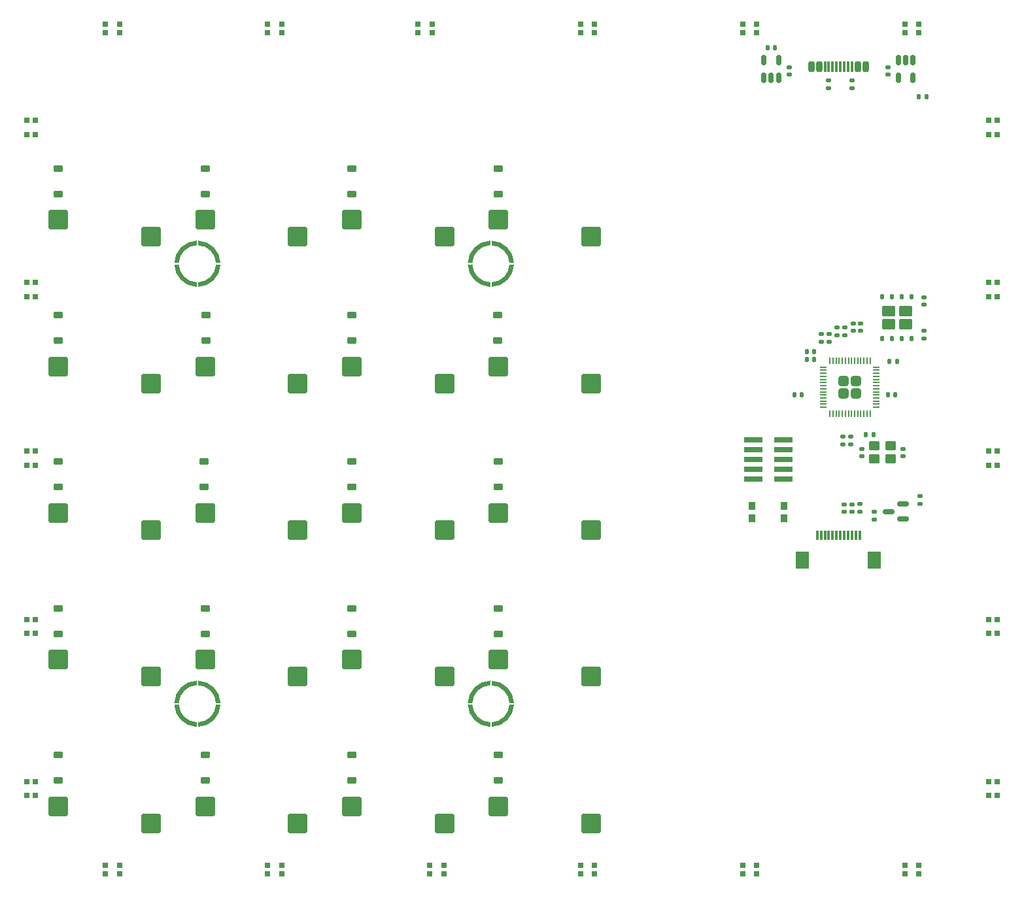
<source format=gbr>
%TF.GenerationSoftware,KiCad,Pcbnew,9.0.6*%
%TF.CreationDate,2025-11-19T21:58:38+01:00*%
%TF.ProjectId,ecad,65636164-2e6b-4696-9361-645f70636258,rev?*%
%TF.SameCoordinates,Original*%
%TF.FileFunction,Paste,Bot*%
%TF.FilePolarity,Positive*%
%FSLAX46Y46*%
G04 Gerber Fmt 4.6, Leading zero omitted, Abs format (unit mm)*
G04 Created by KiCad (PCBNEW 9.0.6) date 2025-11-19 21:58:38*
%MOMM*%
%LPD*%
G01*
G04 APERTURE LIST*
G04 Aperture macros list*
%AMRoundRect*
0 Rectangle with rounded corners*
0 $1 Rounding radius*
0 $2 $3 $4 $5 $6 $7 $8 $9 X,Y pos of 4 corners*
0 Add a 4 corners polygon primitive as box body*
4,1,4,$2,$3,$4,$5,$6,$7,$8,$9,$2,$3,0*
0 Add four circle primitives for the rounded corners*
1,1,$1+$1,$2,$3*
1,1,$1+$1,$4,$5*
1,1,$1+$1,$6,$7*
1,1,$1+$1,$8,$9*
0 Add four rect primitives between the rounded corners*
20,1,$1+$1,$2,$3,$4,$5,0*
20,1,$1+$1,$4,$5,$6,$7,0*
20,1,$1+$1,$6,$7,$8,$9,0*
20,1,$1+$1,$8,$9,$2,$3,0*%
G04 Aperture macros list end*
%ADD10C,0.000000*%
%ADD11RoundRect,0.250000X1.025000X1.000000X-1.025000X1.000000X-1.025000X-1.000000X1.025000X-1.000000X0*%
%ADD12RoundRect,0.135000X0.185000X-0.135000X0.185000X0.135000X-0.185000X0.135000X-0.185000X-0.135000X0*%
%ADD13RoundRect,0.250000X0.615000X-0.435000X0.615000X0.435000X-0.615000X0.435000X-0.615000X-0.435000X0*%
%ADD14RoundRect,0.125000X0.125000X-0.250000X0.125000X0.250000X-0.125000X0.250000X-0.125000X-0.250000X0*%
%ADD15RoundRect,0.225000X-0.375000X0.225000X-0.375000X-0.225000X0.375000X-0.225000X0.375000X0.225000X0*%
%ADD16RoundRect,0.140000X-0.170000X0.140000X-0.170000X-0.140000X0.170000X-0.140000X0.170000X0.140000X0*%
%ADD17R,0.700000X0.700000*%
%ADD18RoundRect,0.140000X0.140000X0.170000X-0.140000X0.170000X-0.140000X-0.170000X0.140000X-0.170000X0*%
%ADD19RoundRect,0.140000X0.170000X-0.140000X0.170000X0.140000X-0.170000X0.140000X-0.170000X-0.140000X0*%
%ADD20RoundRect,0.250000X-0.450000X-0.350000X0.450000X-0.350000X0.450000X0.350000X-0.450000X0.350000X0*%
%ADD21RoundRect,0.140000X-0.140000X-0.170000X0.140000X-0.170000X0.140000X0.170000X-0.140000X0.170000X0*%
%ADD22RoundRect,0.150000X-0.150000X0.512500X-0.150000X-0.512500X0.150000X-0.512500X0.150000X0.512500X0*%
%ADD23RoundRect,0.150000X0.587500X0.150000X-0.587500X0.150000X-0.587500X-0.150000X0.587500X-0.150000X0*%
%ADD24RoundRect,0.135000X-0.135000X-0.185000X0.135000X-0.185000X0.135000X0.185000X-0.135000X0.185000X0*%
%ADD25R,2.400000X0.740000*%
%ADD26RoundRect,0.150000X0.150000X-0.512500X0.150000X0.512500X-0.150000X0.512500X-0.150000X-0.512500X0*%
%ADD27RoundRect,0.200000X-0.200000X-0.500000X0.200000X-0.500000X0.200000X0.500000X-0.200000X0.500000X0*%
%ADD28RoundRect,0.075000X-0.075000X-0.625000X0.075000X-0.625000X0.075000X0.625000X-0.075000X0.625000X0*%
%ADD29R,0.900000X1.000000*%
%ADD30RoundRect,0.249999X0.395001X0.395001X-0.395001X0.395001X-0.395001X-0.395001X0.395001X-0.395001X0*%
%ADD31RoundRect,0.050000X0.387500X0.050000X-0.387500X0.050000X-0.387500X-0.050000X0.387500X-0.050000X0*%
%ADD32RoundRect,0.050000X0.050000X0.387500X-0.050000X0.387500X-0.050000X-0.387500X0.050000X-0.387500X0*%
%ADD33R,0.300000X1.300000*%
%ADD34R,1.800000X2.200000*%
G04 APERTURE END LIST*
D10*
%TO.C,H2*%
G36*
X87600000Y-94007484D02*
G01*
X87600000Y-94007484D01*
G75*
G03*
X85299979Y-96307483I100000J-2400016D01*
G01*
X85300000Y-96307484D01*
X84700001Y-96307484D01*
G75*
G02*
X87600000Y-93407484I2999999J-100016D01*
G01*
X87600000Y-94007484D01*
G37*
G36*
X85300000Y-96507484D02*
G01*
X85300000Y-96507484D01*
G75*
G03*
X87599999Y-98807505I2400000J99984D01*
G01*
X87600000Y-98807484D01*
X87600000Y-99407483D01*
G75*
G02*
X84700000Y-96507484I100000J2999983D01*
G01*
X85300000Y-96507484D01*
G37*
G36*
X87800000Y-93407485D02*
G01*
X87800000Y-93407485D01*
G75*
G02*
X90700000Y-96307484I-100000J-3000015D01*
G01*
X90100000Y-96307484D01*
G75*
G03*
X87800001Y-94007463I-2400000J-100016D01*
G01*
X87800000Y-94007484D01*
X87800000Y-93407485D01*
G37*
G36*
X90699999Y-96507484D02*
G01*
X90699999Y-96507484D01*
G75*
G02*
X87800000Y-99407484I-2999999J99984D01*
G01*
X87800000Y-98807484D01*
G75*
G03*
X90100021Y-96507485I-100000J2399984D01*
G01*
X90100000Y-96507484D01*
X90699999Y-96507484D01*
G37*
%TO.C,H4*%
G36*
X87600000Y-151007484D02*
G01*
X87600000Y-151007484D01*
G75*
G03*
X85299979Y-153307483I100000J-2400016D01*
G01*
X85300000Y-153307484D01*
X84700001Y-153307484D01*
G75*
G02*
X87600000Y-150407484I2999999J-100016D01*
G01*
X87600000Y-151007484D01*
G37*
G36*
X85300000Y-153507484D02*
G01*
X85300000Y-153507484D01*
G75*
G03*
X87599999Y-155807505I2400000J99984D01*
G01*
X87600000Y-155807484D01*
X87600000Y-156407483D01*
G75*
G02*
X84700000Y-153507484I100000J2999983D01*
G01*
X85300000Y-153507484D01*
G37*
G36*
X87800000Y-150407485D02*
G01*
X87800000Y-150407485D01*
G75*
G02*
X90700000Y-153307484I-100000J-3000015D01*
G01*
X90100000Y-153307484D01*
G75*
G03*
X87800001Y-151007463I-2400000J-100016D01*
G01*
X87800000Y-151007484D01*
X87800000Y-150407485D01*
G37*
G36*
X90699999Y-153507484D02*
G01*
X90699999Y-153507484D01*
G75*
G02*
X87800000Y-156407484I-2999999J99984D01*
G01*
X87800000Y-155807484D01*
G75*
G03*
X90100021Y-153507485I-100000J2399984D01*
G01*
X90100000Y-153507484D01*
X90699999Y-153507484D01*
G37*
%TO.C,H1*%
G36*
X125600000Y-94007484D02*
G01*
X125600000Y-94007484D01*
G75*
G03*
X123299979Y-96307483I100000J-2400016D01*
G01*
X123300000Y-96307484D01*
X122700001Y-96307484D01*
G75*
G02*
X125600000Y-93407484I2999999J-100016D01*
G01*
X125600000Y-94007484D01*
G37*
G36*
X123300000Y-96507484D02*
G01*
X123300000Y-96507484D01*
G75*
G03*
X125599999Y-98807505I2400000J99984D01*
G01*
X125600000Y-98807484D01*
X125600000Y-99407483D01*
G75*
G02*
X122700000Y-96507484I100000J2999983D01*
G01*
X123300000Y-96507484D01*
G37*
G36*
X125800000Y-93407485D02*
G01*
X125800000Y-93407485D01*
G75*
G02*
X128700000Y-96307484I-100000J-3000015D01*
G01*
X128100000Y-96307484D01*
G75*
G03*
X125800001Y-94007463I-2400000J-100016D01*
G01*
X125800000Y-94007484D01*
X125800000Y-93407485D01*
G37*
G36*
X128699999Y-96507484D02*
G01*
X128699999Y-96507484D01*
G75*
G02*
X125800000Y-99407484I-2999999J99984D01*
G01*
X125800000Y-98807484D01*
G75*
G03*
X128100021Y-96507485I-100000J2399984D01*
G01*
X128100000Y-96507484D01*
X128699999Y-96507484D01*
G37*
%TO.C,H3*%
G36*
X125600000Y-151007484D02*
G01*
X125600000Y-151007484D01*
G75*
G03*
X123299979Y-153307483I100000J-2400016D01*
G01*
X123300000Y-153307484D01*
X122700001Y-153307484D01*
G75*
G02*
X125600000Y-150407484I2999999J-100016D01*
G01*
X125600000Y-151007484D01*
G37*
G36*
X123300000Y-153507484D02*
G01*
X123300000Y-153507484D01*
G75*
G03*
X125599999Y-155807505I2400000J99984D01*
G01*
X125600000Y-155807484D01*
X125600000Y-156407483D01*
G75*
G02*
X122700000Y-153507484I100000J2999983D01*
G01*
X123300000Y-153507484D01*
G37*
G36*
X125800000Y-150407485D02*
G01*
X125800000Y-150407485D01*
G75*
G02*
X128700000Y-153307484I-100000J-3000015D01*
G01*
X128100000Y-153307484D01*
G75*
G03*
X125800001Y-151007463I-2400000J-100016D01*
G01*
X125800000Y-151007484D01*
X125800000Y-150407485D01*
G37*
G36*
X128699999Y-153507484D02*
G01*
X128699999Y-153507484D01*
G75*
G02*
X125800000Y-156407484I-2999999J99984D01*
G01*
X125800000Y-155807484D01*
G75*
G03*
X128100021Y-153507485I-100000J2399984D01*
G01*
X128100000Y-153507484D01*
X128699999Y-153507484D01*
G37*
%TD*%
D11*
%TO.C,SW17*%
X119700000Y-111900000D03*
X107700000Y-109700000D03*
%TD*%
%TO.C,SW2*%
X138700000Y-149900000D03*
X126700000Y-147700000D03*
%TD*%
%TO.C,SW1*%
X138700000Y-130900000D03*
X126700000Y-128700000D03*
%TD*%
%TO.C,SW4*%
X119700000Y-130900000D03*
X107700000Y-128700000D03*
%TD*%
%TO.C,SW16*%
X138700000Y-111900000D03*
X126700000Y-109700000D03*
%TD*%
%TO.C,SW23*%
X81700000Y-92900000D03*
X69700000Y-90700000D03*
%TD*%
%TO.C,SW8*%
X100700000Y-149900000D03*
X88700000Y-147700000D03*
%TD*%
%TO.C,SW18*%
X100700000Y-111900000D03*
X88700000Y-109700000D03*
%TD*%
%TO.C,SW13*%
X81700000Y-149900000D03*
X69700000Y-147700000D03*
%TD*%
%TO.C,SW6*%
X119700000Y-168900000D03*
X107700000Y-166700000D03*
%TD*%
%TO.C,SW7*%
X100700000Y-130900000D03*
X88700000Y-128700000D03*
%TD*%
%TO.C,SW3*%
X138700000Y-168900000D03*
X126700000Y-166700000D03*
%TD*%
%TO.C,SW21*%
X119700000Y-92900000D03*
X107700000Y-90700000D03*
%TD*%
%TO.C,SW14*%
X81700000Y-168900000D03*
X69700000Y-166700000D03*
%TD*%
%TO.C,SW12*%
X81700000Y-130900000D03*
X69700000Y-128700000D03*
%TD*%
%TO.C,SW20*%
X138700000Y-92900000D03*
X126700000Y-90700000D03*
%TD*%
%TO.C,SW22*%
X100700000Y-92900000D03*
X88700000Y-90700000D03*
%TD*%
%TO.C,SW5*%
X119700000Y-149900000D03*
X107700000Y-147700000D03*
%TD*%
%TO.C,SW19*%
X81700000Y-111900000D03*
X69700000Y-109700000D03*
%TD*%
%TO.C,SW9*%
X100700000Y-168900000D03*
X88700000Y-166700000D03*
%TD*%
D12*
%TO.C,R12*%
X181300000Y-127522500D03*
X181300000Y-126502500D03*
%TD*%
D13*
%TO.C,U5*%
X177225000Y-104250000D03*
X179375000Y-104250000D03*
X177225000Y-102550000D03*
X179375000Y-102550000D03*
D14*
X180205000Y-106100000D03*
X178935000Y-106100000D03*
X177665000Y-106100000D03*
X176395000Y-106100000D03*
X176395000Y-100700000D03*
X177665000Y-100700000D03*
X178935000Y-100700000D03*
X180205000Y-100700000D03*
%TD*%
D15*
%TO.C,D1*%
X126700000Y-122050000D03*
X126700000Y-125350000D03*
%TD*%
%TO.C,D11*%
X69700000Y-141050000D03*
X69700000Y-144350000D03*
%TD*%
D16*
%TO.C,C4*%
X172300000Y-118820000D03*
X172300000Y-119780000D03*
%TD*%
D15*
%TO.C,D2*%
X126700000Y-141050000D03*
X126700000Y-144350000D03*
%TD*%
%TO.C,D3*%
X126700000Y-160050000D03*
X126700000Y-163350000D03*
%TD*%
D17*
%TO.C,D45*%
X139115000Y-65350000D03*
X139115000Y-66450000D03*
X137285000Y-66450000D03*
X137285000Y-65350000D03*
%TD*%
D15*
%TO.C,D4*%
X107700000Y-122050000D03*
X107700000Y-125350000D03*
%TD*%
D17*
%TO.C,D18*%
X158285000Y-175450000D03*
X158285000Y-174350000D03*
X160115000Y-174350000D03*
X160115000Y-175450000D03*
%TD*%
D16*
%TO.C,C14*%
X171300000Y-118820000D03*
X171300000Y-119780000D03*
%TD*%
D17*
%TO.C,D23*%
X65650000Y-98835000D03*
X66750000Y-98835000D03*
X66750000Y-100665000D03*
X65650000Y-100665000D03*
%TD*%
%TO.C,D17*%
X191250000Y-144315000D03*
X190150000Y-144315000D03*
X190150000Y-142485000D03*
X191250000Y-142485000D03*
%TD*%
%TO.C,D31*%
X75785000Y-175450000D03*
X75785000Y-174350000D03*
X77615000Y-174350000D03*
X77615000Y-175450000D03*
%TD*%
D18*
%TO.C,C2*%
X162480000Y-68450000D03*
X161520000Y-68450000D03*
%TD*%
D19*
%TO.C,C12*%
X169500000Y-106480000D03*
X169500000Y-105520000D03*
%TD*%
D17*
%TO.C,D32*%
X181115000Y-65350000D03*
X181115000Y-66450000D03*
X179285000Y-66450000D03*
X179285000Y-65350000D03*
%TD*%
D20*
%TO.C,Y1*%
X175300000Y-120000000D03*
X177500000Y-120000000D03*
X177500000Y-121700000D03*
X175300000Y-121700000D03*
%TD*%
D21*
%TO.C,C10*%
X177320000Y-109100000D03*
X178280000Y-109100000D03*
%TD*%
D15*
%TO.C,D7*%
X88600000Y-122050000D03*
X88600000Y-125350000D03*
%TD*%
D12*
%TO.C,R11*%
X175350000Y-129522500D03*
X175350000Y-128502500D03*
%TD*%
D22*
%TO.C,U4*%
X178450000Y-70012500D03*
X179400000Y-70012500D03*
X180350000Y-70012500D03*
X180350000Y-72287500D03*
X178450000Y-72287500D03*
%TD*%
D19*
%TO.C,C19*%
X171450000Y-128530000D03*
X171450000Y-127570000D03*
%TD*%
D23*
%TO.C,Q2*%
X179037500Y-127550000D03*
X179037500Y-129450000D03*
X177162500Y-128500000D03*
%TD*%
D17*
%TO.C,D47*%
X65650000Y-163485000D03*
X66750000Y-163485000D03*
X66750000Y-165315000D03*
X65650000Y-165315000D03*
%TD*%
D15*
%TO.C,D38*%
X107700000Y-84050000D03*
X107700000Y-87350000D03*
%TD*%
D17*
%TO.C,D26*%
X117785000Y-175450000D03*
X117785000Y-174350000D03*
X119615000Y-174350000D03*
X119615000Y-175450000D03*
%TD*%
D24*
%TO.C,R7*%
X181090000Y-74801715D03*
X182110000Y-74801715D03*
%TD*%
D17*
%TO.C,D14*%
X179285000Y-175450000D03*
X179285000Y-174350000D03*
X181115000Y-174350000D03*
X181115000Y-175450000D03*
%TD*%
%TO.C,D21*%
X191250000Y-122490000D03*
X190150000Y-122490000D03*
X190150000Y-120660000D03*
X191250000Y-120660000D03*
%TD*%
D25*
%TO.C,J1*%
X163550000Y-119260000D03*
X159650000Y-119260000D03*
X163550000Y-120530000D03*
X159650000Y-120530000D03*
X163550000Y-121800000D03*
X159650000Y-121800000D03*
X163550000Y-123070000D03*
X159650000Y-123070000D03*
X163550000Y-124340000D03*
X159650000Y-124340000D03*
%TD*%
D16*
%TO.C,C16*%
X173700000Y-120370000D03*
X173700000Y-121330000D03*
%TD*%
D17*
%TO.C,D19*%
X65650000Y-120660000D03*
X66750000Y-120660000D03*
X66750000Y-122490000D03*
X65650000Y-122490000D03*
%TD*%
D15*
%TO.C,D33*%
X126600000Y-103050000D03*
X126600000Y-106350000D03*
%TD*%
D17*
%TO.C,D13*%
X191250000Y-165315000D03*
X190150000Y-165315000D03*
X190150000Y-163485000D03*
X191250000Y-163485000D03*
%TD*%
D15*
%TO.C,D40*%
X69700000Y-84050000D03*
X69700000Y-87350000D03*
%TD*%
D17*
%TO.C,D41*%
X118115000Y-65350000D03*
X118115000Y-66450000D03*
X116285000Y-66450000D03*
X116285000Y-65350000D03*
%TD*%
%TO.C,D48*%
X98615000Y-65350000D03*
X98615000Y-66450000D03*
X96785000Y-66450000D03*
X96785000Y-65350000D03*
%TD*%
%TO.C,D22*%
X137285000Y-175450000D03*
X137285000Y-174350000D03*
X139115000Y-174350000D03*
X139115000Y-175450000D03*
%TD*%
D26*
%TO.C,U1*%
X162950000Y-72287500D03*
X162000000Y-72287500D03*
X161050000Y-72287500D03*
X161050000Y-70012500D03*
X162950000Y-70012500D03*
%TD*%
D27*
%TO.C,J2*%
X167200000Y-70850000D03*
X168200000Y-70850000D03*
D28*
X169450000Y-70850000D03*
X170450000Y-70850000D03*
X170950000Y-70850000D03*
X171950000Y-70850000D03*
D27*
X173200000Y-70850000D03*
X174200000Y-70850000D03*
X174200000Y-70850000D03*
X173200000Y-70850000D03*
D28*
X172450000Y-70850000D03*
X171450000Y-70850000D03*
X169950000Y-70850000D03*
X168950000Y-70850000D03*
D27*
X168200000Y-70850000D03*
X167200000Y-70850000D03*
%TD*%
D19*
%TO.C,C3*%
X168500000Y-106480000D03*
X168500000Y-105520000D03*
%TD*%
D15*
%TO.C,D5*%
X107700000Y-141050000D03*
X107700000Y-144350000D03*
%TD*%
D17*
%TO.C,D27*%
X65650000Y-77835000D03*
X66750000Y-77835000D03*
X66750000Y-79665000D03*
X65650000Y-79665000D03*
%TD*%
D18*
%TO.C,C5*%
X165980000Y-113400000D03*
X165020000Y-113400000D03*
%TD*%
D19*
%TO.C,C18*%
X177100000Y-71930000D03*
X177100000Y-70970000D03*
%TD*%
D15*
%TO.C,D36*%
X69700000Y-103050000D03*
X69700000Y-106350000D03*
%TD*%
D19*
%TO.C,C15*%
X179100000Y-121330000D03*
X179100000Y-120370000D03*
%TD*%
D24*
%TO.C,R1*%
X174240000Y-118500000D03*
X175260000Y-118500000D03*
%TD*%
D12*
%TO.C,R5*%
X169450000Y-73660000D03*
X169450000Y-72640000D03*
%TD*%
D15*
%TO.C,D37*%
X126700000Y-84050000D03*
X126700000Y-87350000D03*
%TD*%
D19*
%TO.C,C9*%
X172450000Y-128530000D03*
X172450000Y-127570000D03*
%TD*%
D17*
%TO.C,D46*%
X160115000Y-65350000D03*
X160115000Y-66450000D03*
X158285000Y-66450000D03*
X158285000Y-65350000D03*
%TD*%
D12*
%TO.C,R4*%
X181800000Y-106110000D03*
X181800000Y-105090000D03*
%TD*%
%TO.C,R3*%
X171500000Y-105710000D03*
X171500000Y-104690000D03*
%TD*%
D29*
%TO.C,SW15*%
X163650000Y-127800000D03*
X159550000Y-127800000D03*
X163650000Y-129400000D03*
X159550000Y-129400000D03*
%TD*%
D17*
%TO.C,D42*%
X77615000Y-65350000D03*
X77615000Y-66450000D03*
X75785000Y-66450000D03*
X75785000Y-65350000D03*
%TD*%
D19*
%TO.C,C13*%
X173600000Y-105080000D03*
X173600000Y-104120000D03*
%TD*%
D12*
%TO.C,R6*%
X172450000Y-73660000D03*
X172450000Y-72640000D03*
%TD*%
D15*
%TO.C,D34*%
X107700000Y-103050000D03*
X107700000Y-106350000D03*
%TD*%
D19*
%TO.C,C8*%
X172600000Y-105080000D03*
X172600000Y-104120000D03*
%TD*%
D17*
%TO.C,D30*%
X96785000Y-175450000D03*
X96785000Y-174350000D03*
X98615000Y-174350000D03*
X98615000Y-175450000D03*
%TD*%
D15*
%TO.C,D6*%
X107700000Y-160050000D03*
X107700000Y-163350000D03*
%TD*%
%TO.C,D39*%
X88700000Y-84050000D03*
X88700000Y-87350000D03*
%TD*%
D18*
%TO.C,C6*%
X167580000Y-108800000D03*
X166620000Y-108800000D03*
%TD*%
D12*
%TO.C,R13*%
X173450000Y-128560000D03*
X173450000Y-127540000D03*
%TD*%
D19*
%TO.C,C17*%
X181800000Y-101680000D03*
X181800000Y-100720000D03*
%TD*%
D15*
%TO.C,D35*%
X88800000Y-103050000D03*
X88800000Y-106350000D03*
%TD*%
%TO.C,D8*%
X88700000Y-141050000D03*
X88700000Y-144350000D03*
%TD*%
%TO.C,D10*%
X69700000Y-122050000D03*
X69700000Y-125350000D03*
%TD*%
D30*
%TO.C,U2*%
X173000000Y-113200000D03*
X173000000Y-111600000D03*
X171400000Y-113200000D03*
X171400000Y-111600000D03*
D31*
X175637500Y-109800000D03*
X175637500Y-110200000D03*
X175637500Y-110600000D03*
X175637500Y-111000000D03*
X175637500Y-111400000D03*
X175637500Y-111800000D03*
X175637500Y-112200000D03*
X175637500Y-112600000D03*
X175637500Y-113000000D03*
X175637500Y-113400000D03*
X175637500Y-113800000D03*
X175637500Y-114200000D03*
X175637500Y-114600000D03*
X175637500Y-115000000D03*
D32*
X174800000Y-115837500D03*
X174400000Y-115837500D03*
X174000000Y-115837500D03*
X173600000Y-115837500D03*
X173200000Y-115837500D03*
X172800000Y-115837500D03*
X172400000Y-115837500D03*
X172000000Y-115837500D03*
X171600000Y-115837500D03*
X171200000Y-115837500D03*
X170800000Y-115837500D03*
X170400000Y-115837500D03*
X170000000Y-115837500D03*
X169600000Y-115837500D03*
D31*
X168762500Y-115000000D03*
X168762500Y-114600000D03*
X168762500Y-114200000D03*
X168762500Y-113800000D03*
X168762500Y-113400000D03*
X168762500Y-113000000D03*
X168762500Y-112600000D03*
X168762500Y-112200000D03*
X168762500Y-111800000D03*
X168762500Y-111400000D03*
X168762500Y-111000000D03*
X168762500Y-110600000D03*
X168762500Y-110200000D03*
X168762500Y-109800000D03*
D32*
X169600000Y-108962500D03*
X170000000Y-108962500D03*
X170400000Y-108962500D03*
X170800000Y-108962500D03*
X171200000Y-108962500D03*
X171600000Y-108962500D03*
X172000000Y-108962500D03*
X172400000Y-108962500D03*
X172800000Y-108962500D03*
X173200000Y-108962500D03*
X173600000Y-108962500D03*
X174000000Y-108962500D03*
X174400000Y-108962500D03*
X174800000Y-108962500D03*
%TD*%
D17*
%TO.C,D25*%
X191250000Y-100665000D03*
X190150000Y-100665000D03*
X190150000Y-98835000D03*
X191250000Y-98835000D03*
%TD*%
D33*
%TO.C,J3*%
X173450000Y-131550000D03*
X172950000Y-131550000D03*
X172450000Y-131550000D03*
X171950000Y-131550000D03*
X171450000Y-131550000D03*
X170950000Y-131550000D03*
X170450000Y-131550000D03*
X169950000Y-131550000D03*
X169450000Y-131550000D03*
X168950000Y-131550000D03*
X168450000Y-131550000D03*
X167950000Y-131550000D03*
D34*
X175350000Y-134800000D03*
X166050000Y-134800000D03*
%TD*%
D15*
%TO.C,D9*%
X88700000Y-160050000D03*
X88700000Y-163350000D03*
%TD*%
D18*
%TO.C,C11*%
X167580000Y-107800000D03*
X166620000Y-107800000D03*
%TD*%
D21*
%TO.C,C7*%
X177120000Y-113400000D03*
X178080000Y-113400000D03*
%TD*%
D17*
%TO.C,D43*%
X65650000Y-142485000D03*
X66750000Y-142485000D03*
X66750000Y-144315000D03*
X65650000Y-144315000D03*
%TD*%
D12*
%TO.C,R2*%
X170500000Y-105710000D03*
X170500000Y-104690000D03*
%TD*%
D19*
%TO.C,C1*%
X164300000Y-71930000D03*
X164300000Y-70970000D03*
%TD*%
D17*
%TO.C,D29*%
X191250000Y-79665000D03*
X190150000Y-79665000D03*
X190150000Y-77835000D03*
X191250000Y-77835000D03*
%TD*%
D15*
%TO.C,D12*%
X69700000Y-160050000D03*
X69700000Y-163350000D03*
%TD*%
M02*

</source>
